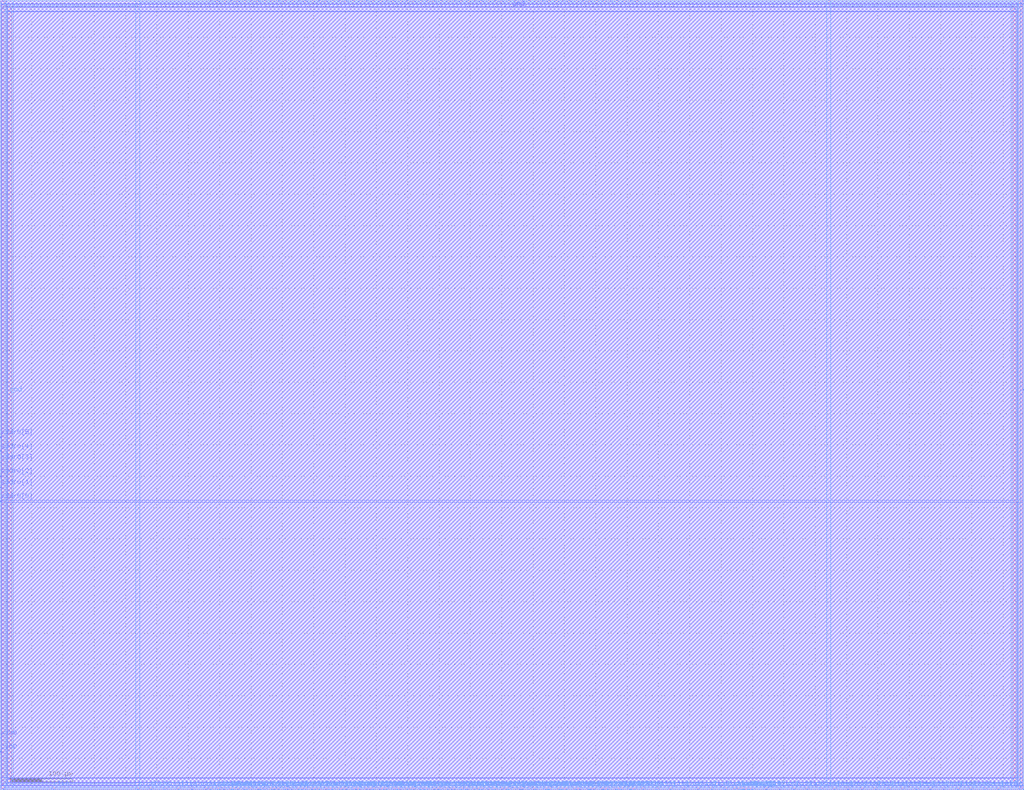
<source format=lef>
VERSION 5.4 ;
NAMESCASESENSITIVE ON ;
BUSBITCHARS "[]" ;
DIVIDERCHAR "/" ;
UNITS
  DATABASE MICRONS 2000 ;
END UNITS
MACRO sram_tlb
   CLASS BLOCK ;
   SIZE 1632.8 BY 1260.2 ;
   SYMMETRY X Y R90 ;
   PIN din0[0]
      DIRECTION INPUT ;
      PORT
         LAYER met4 ;
         RECT  218.6 0.0 219.8 1.2 ;
      END
   END din0[0]
   PIN din0[1]
      DIRECTION INPUT ;
      PORT
         LAYER met4 ;
         RECT  240.4 0.0 241.6 1.2 ;
      END
   END din0[1]
   PIN din0[2]
      DIRECTION INPUT ;
      PORT
         LAYER met4 ;
         RECT  262.2 0.0 263.4 1.2 ;
      END
   END din0[2]
   PIN din0[3]
      DIRECTION INPUT ;
      PORT
         LAYER met4 ;
         RECT  284.0 0.0 285.2 1.2 ;
      END
   END din0[3]
   PIN din0[4]
      DIRECTION INPUT ;
      PORT
         LAYER met4 ;
         RECT  305.8 0.0 307.0 1.2 ;
      END
   END din0[4]
   PIN din0[5]
      DIRECTION INPUT ;
      PORT
         LAYER met4 ;
         RECT  327.6 0.0 328.8 1.2 ;
      END
   END din0[5]
   PIN din0[6]
      DIRECTION INPUT ;
      PORT
         LAYER met4 ;
         RECT  349.4 0.0 350.6 1.2 ;
      END
   END din0[6]
   PIN din0[7]
      DIRECTION INPUT ;
      PORT
         LAYER met4 ;
         RECT  371.2 0.0 372.4 1.2 ;
      END
   END din0[7]
   PIN din0[8]
      DIRECTION INPUT ;
      PORT
         LAYER met4 ;
         RECT  393.0 0.0 394.2 1.2 ;
      END
   END din0[8]
   PIN din0[9]
      DIRECTION INPUT ;
      PORT
         LAYER met4 ;
         RECT  414.8 0.0 416.0 1.2 ;
      END
   END din0[9]
   PIN din0[10]
      DIRECTION INPUT ;
      PORT
         LAYER met4 ;
         RECT  436.6 0.0 437.8 1.2 ;
      END
   END din0[10]
   PIN din0[11]
      DIRECTION INPUT ;
      PORT
         LAYER met4 ;
         RECT  458.4 0.0 459.6 1.2 ;
      END
   END din0[11]
   PIN din0[12]
      DIRECTION INPUT ;
      PORT
         LAYER met4 ;
         RECT  480.2 0.0 481.4 1.2 ;
      END
   END din0[12]
   PIN din0[13]
      DIRECTION INPUT ;
      PORT
         LAYER met4 ;
         RECT  502.0 0.0 503.2 1.2 ;
      END
   END din0[13]
   PIN din0[14]
      DIRECTION INPUT ;
      PORT
         LAYER met4 ;
         RECT  523.8 0.0 525.0 1.2 ;
      END
   END din0[14]
   PIN din0[15]
      DIRECTION INPUT ;
      PORT
         LAYER met4 ;
         RECT  545.6 0.0 546.8 1.2 ;
      END
   END din0[15]
   PIN din0[16]
      DIRECTION INPUT ;
      PORT
         LAYER met4 ;
         RECT  567.4 0.0 568.6 1.2 ;
      END
   END din0[16]
   PIN din0[17]
      DIRECTION INPUT ;
      PORT
         LAYER met4 ;
         RECT  589.2 0.0 590.4 1.2 ;
      END
   END din0[17]
   PIN din0[18]
      DIRECTION INPUT ;
      PORT
         LAYER met4 ;
         RECT  611.0 0.0 612.2 1.2 ;
      END
   END din0[18]
   PIN din0[19]
      DIRECTION INPUT ;
      PORT
         LAYER met4 ;
         RECT  632.8 0.0 634.0 1.2 ;
      END
   END din0[19]
   PIN din0[20]
      DIRECTION INPUT ;
      PORT
         LAYER met4 ;
         RECT  654.6 0.0 655.8 1.2 ;
      END
   END din0[20]
   PIN din0[21]
      DIRECTION INPUT ;
      PORT
         LAYER met4 ;
         RECT  676.4 0.0 677.6 1.2 ;
      END
   END din0[21]
   PIN din0[22]
      DIRECTION INPUT ;
      PORT
         LAYER met4 ;
         RECT  698.2 0.0 699.4 1.2 ;
      END
   END din0[22]
   PIN din0[23]
      DIRECTION INPUT ;
      PORT
         LAYER met4 ;
         RECT  720.0 0.0 721.2 1.2 ;
      END
   END din0[23]
   PIN din0[24]
      DIRECTION INPUT ;
      PORT
         LAYER met4 ;
         RECT  741.8 0.0 743.0 1.2 ;
      END
   END din0[24]
   PIN din0[25]
      DIRECTION INPUT ;
      PORT
         LAYER met4 ;
         RECT  763.6 0.0 764.8 1.2 ;
      END
   END din0[25]
   PIN din0[26]
      DIRECTION INPUT ;
      PORT
         LAYER met4 ;
         RECT  785.4 0.0 786.6 1.2 ;
      END
   END din0[26]
   PIN din0[27]
      DIRECTION INPUT ;
      PORT
         LAYER met4 ;
         RECT  807.2 0.0 808.4 1.2 ;
      END
   END din0[27]
   PIN din0[28]
      DIRECTION INPUT ;
      PORT
         LAYER met4 ;
         RECT  829.0 0.0 830.2 1.2 ;
      END
   END din0[28]
   PIN din0[29]
      DIRECTION INPUT ;
      PORT
         LAYER met4 ;
         RECT  850.8 0.0 852.0 1.2 ;
      END
   END din0[29]
   PIN din0[30]
      DIRECTION INPUT ;
      PORT
         LAYER met4 ;
         RECT  872.6 0.0 873.8 1.2 ;
      END
   END din0[30]
   PIN din0[31]
      DIRECTION INPUT ;
      PORT
         LAYER met4 ;
         RECT  894.4 0.0 895.6 1.2 ;
      END
   END din0[31]
   PIN din0[32]
      DIRECTION INPUT ;
      PORT
         LAYER met4 ;
         RECT  916.2 0.0 917.4 1.2 ;
      END
   END din0[32]
   PIN din0[33]
      DIRECTION INPUT ;
      PORT
         LAYER met4 ;
         RECT  938.0 0.0 939.2 1.2 ;
      END
   END din0[33]
   PIN din0[34]
      DIRECTION INPUT ;
      PORT
         LAYER met4 ;
         RECT  959.8 0.0 961.0 1.2 ;
      END
   END din0[34]
   PIN din0[35]
      DIRECTION INPUT ;
      PORT
         LAYER met4 ;
         RECT  981.6 0.0 982.8 1.2 ;
      END
   END din0[35]
   PIN din0[36]
      DIRECTION INPUT ;
      PORT
         LAYER met4 ;
         RECT  1003.4 0.0 1004.6 1.2 ;
      END
   END din0[36]
   PIN din0[37]
      DIRECTION INPUT ;
      PORT
         LAYER met4 ;
         RECT  1025.2 0.0 1026.4 1.2 ;
      END
   END din0[37]
   PIN din0[38]
      DIRECTION INPUT ;
      PORT
         LAYER met4 ;
         RECT  1047.0 0.0 1048.2 1.2 ;
      END
   END din0[38]
   PIN din0[39]
      DIRECTION INPUT ;
      PORT
         LAYER met4 ;
         RECT  1068.8 0.0 1070.0 1.2 ;
      END
   END din0[39]
   PIN din0[40]
      DIRECTION INPUT ;
      PORT
         LAYER met4 ;
         RECT  1090.6 0.0 1091.8 1.2 ;
      END
   END din0[40]
   PIN din0[41]
      DIRECTION INPUT ;
      PORT
         LAYER met4 ;
         RECT  1112.4 0.0 1113.6 1.2 ;
      END
   END din0[41]
   PIN din0[42]
      DIRECTION INPUT ;
      PORT
         LAYER met4 ;
         RECT  1134.2 0.0 1135.4 1.2 ;
      END
   END din0[42]
   PIN din0[43]
      DIRECTION INPUT ;
      PORT
         LAYER met4 ;
         RECT  1156.0 0.0 1157.2 1.2 ;
      END
   END din0[43]
   PIN din0[44]
      DIRECTION INPUT ;
      PORT
         LAYER met4 ;
         RECT  1177.8 0.0 1179.0 1.2 ;
      END
   END din0[44]
   PIN din0[45]
      DIRECTION INPUT ;
      PORT
         LAYER met4 ;
         RECT  1199.6 0.0 1200.8 1.2 ;
      END
   END din0[45]
   PIN din0[46]
      DIRECTION INPUT ;
      PORT
         LAYER met4 ;
         RECT  1221.4 0.0 1222.6 1.2 ;
      END
   END din0[46]
   PIN din0[47]
      DIRECTION INPUT ;
      PORT
         LAYER met4 ;
         RECT  1243.2 0.0 1244.4 1.2 ;
      END
   END din0[47]
   PIN din0[48]
      DIRECTION INPUT ;
      PORT
         LAYER met4 ;
         RECT  1265.0 0.0 1266.2 1.2 ;
      END
   END din0[48]
   PIN din0[49]
      DIRECTION INPUT ;
      PORT
         LAYER met4 ;
         RECT  1286.8 0.0 1288.0 1.2 ;
      END
   END din0[49]
   PIN din0[50]
      DIRECTION INPUT ;
      PORT
         LAYER met4 ;
         RECT  1308.6 0.0 1309.8 1.2 ;
      END
   END din0[50]
   PIN din0[51]
      DIRECTION INPUT ;
      PORT
         LAYER met4 ;
         RECT  1330.4 0.0 1331.6 1.2 ;
      END
   END din0[51]
   PIN din0[52]
      DIRECTION INPUT ;
      PORT
         LAYER met4 ;
         RECT  1352.2 0.0 1353.4 1.2 ;
      END
   END din0[52]
   PIN din0[53]
      DIRECTION INPUT ;
      PORT
         LAYER met4 ;
         RECT  1374.0 0.0 1375.2 1.2 ;
      END
   END din0[53]
   PIN din0[54]
      DIRECTION INPUT ;
      PORT
         LAYER met4 ;
         RECT  1395.8 0.0 1397.0 1.2 ;
      END
   END din0[54]
   PIN din0[55]
      DIRECTION INPUT ;
      PORT
         LAYER met4 ;
         RECT  1417.6 0.0 1418.8 1.2 ;
      END
   END din0[55]
   PIN din0[56]
      DIRECTION INPUT ;
      PORT
         LAYER met4 ;
         RECT  1439.4 0.0 1440.6 1.2 ;
      END
   END din0[56]
   PIN din0[57]
      DIRECTION INPUT ;
      PORT
         LAYER met4 ;
         RECT  1461.2 0.0 1462.4 1.2 ;
      END
   END din0[57]
   PIN din0[58]
      DIRECTION INPUT ;
      PORT
         LAYER met4 ;
         RECT  1483.0 0.0 1484.2 1.2 ;
      END
   END din0[58]
   PIN din0[59]
      DIRECTION INPUT ;
      PORT
         LAYER met4 ;
         RECT  1504.8 0.0 1506.0 1.2 ;
      END
   END din0[59]
   PIN din0[60]
      DIRECTION INPUT ;
      PORT
         LAYER met4 ;
         RECT  1526.6 0.0 1527.8 1.2 ;
      END
   END din0[60]
   PIN din0[61]
      DIRECTION INPUT ;
      PORT
         LAYER met4 ;
         RECT  1548.4 0.0 1549.6 1.2 ;
      END
   END din0[61]
   PIN din0[62]
      DIRECTION INPUT ;
      PORT
         LAYER met4 ;
         RECT  1570.2 0.0 1571.4 1.2 ;
      END
   END din0[62]
   PIN din0[63]
      DIRECTION INPUT ;
      PORT
         LAYER met4 ;
         RECT  1592.0 0.0 1593.2 1.2 ;
      END
   END din0[63]
   PIN addr0[0]
      DIRECTION INPUT ;
      PORT
         LAYER met3 ;
         RECT  0.0 459.6 1.2 460.8 ;
      END
   END addr0[0]
   PIN addr0[1]
      DIRECTION INPUT ;
      PORT
         LAYER met3 ;
         RECT  0.0 481.6 1.2 482.8 ;
      END
   END addr0[1]
   PIN addr0[2]
      DIRECTION INPUT ;
      PORT
         LAYER met3 ;
         RECT  0.0 499.6 1.2 500.8 ;
      END
   END addr0[2]
   PIN addr0[3]
      DIRECTION INPUT ;
      PORT
         LAYER met3 ;
         RECT  0.0 521.6 1.2 522.8 ;
      END
   END addr0[3]
   PIN addr0[4]
      DIRECTION INPUT ;
      PORT
         LAYER met3 ;
         RECT  0.0 539.6 1.2 540.8 ;
      END
   END addr0[4]
   PIN addr0[5]
      DIRECTION INPUT ;
      PORT
         LAYER met3 ;
         RECT  0.0 561.6 1.2 562.8 ;
      END
   END addr0[5]
   PIN addr1[0]
      DIRECTION INPUT ;
      PORT
         LAYER met4 ;
         RECT  1171.5 0.0 1172.7 1.2 ;
      END
   END addr1[0]
   PIN addr1[1]
      DIRECTION INPUT ;
      PORT
         LAYER met4 ;
         RECT  1194.2 0.0 1195.4 1.2 ;
      END
   END addr1[1]
   PIN addr1[2]
      DIRECTION INPUT ;
      PORT
         LAYER met4 ;
         RECT  1181.2 0.0 1182.4 1.2 ;
      END
   END addr1[2]
   PIN addr1[3]
      DIRECTION INPUT ;
      PORT
         LAYER met4 ;
         RECT  1191.6 0.0 1192.8 1.2 ;
      END
   END addr1[3]
   PIN addr1[4]
      DIRECTION INPUT ;
      PORT
         LAYER met4 ;
         RECT  1183.8 0.0 1185.0 1.2 ;
      END
   END addr1[4]
   PIN addr1[5]
      DIRECTION INPUT ;
      PORT
         LAYER met4 ;
         RECT  1186.4 0.0 1187.6 1.2 ;
      END
   END addr1[5]
   PIN csb0
      DIRECTION INPUT ;
      PORT
         LAYER met3 ;
         RECT  0.0 60.0 1.2 61.2 ;
      END
   END csb0
   PIN csb1
      DIRECTION INPUT ;
      PORT
         LAYER met4 ;
         RECT  1321.0 1259.0 1322.2 1260.2 ;
      END
   END csb1
   PIN web0
      DIRECTION INPUT ;
      PORT
         LAYER met3 ;
         RECT  0.0 82.0 1.2 83.2 ;
      END
   END web0
   PIN clk0
      DIRECTION INPUT ;
      PORT
         LAYER met4 ;
         RECT  84.2 0.0 85.4 1.2 ;
      END
   END clk0
   PIN clk1
      DIRECTION INPUT ;
      PORT
         LAYER met4 ;
         RECT  1274.6 1259.0 1275.8 1260.2 ;
      END
   END clk1
   PIN dout0[0]
      DIRECTION OUTPUT ;
      PORT
         LAYER met4 ;
         RECT  335.3 0.0 336.5 1.2 ;
      END
   END dout0[0]
   PIN dout0[1]
      DIRECTION OUTPUT ;
      PORT
         LAYER met4 ;
         RECT  346.1 0.0 347.3 1.2 ;
      END
   END dout0[1]
   PIN dout0[2]
      DIRECTION OUTPUT ;
      PORT
         LAYER met4 ;
         RECT  356.9 0.0 358.1 1.2 ;
      END
   END dout0[2]
   PIN dout0[3]
      DIRECTION OUTPUT ;
      PORT
         LAYER met4 ;
         RECT  367.7 0.0 368.9 1.2 ;
      END
   END dout0[3]
   PIN dout0[4]
      DIRECTION OUTPUT ;
      PORT
         LAYER met4 ;
         RECT  378.5 0.0 379.7 1.2 ;
      END
   END dout0[4]
   PIN dout0[5]
      DIRECTION OUTPUT ;
      PORT
         LAYER met4 ;
         RECT  389.3 0.0 390.5 1.2 ;
      END
   END dout0[5]
   PIN dout0[6]
      DIRECTION OUTPUT ;
      PORT
         LAYER met4 ;
         RECT  400.1 0.0 401.3 1.2 ;
      END
   END dout0[6]
   PIN dout0[7]
      DIRECTION OUTPUT ;
      PORT
         LAYER met4 ;
         RECT  410.9 0.0 412.1 1.2 ;
      END
   END dout0[7]
   PIN dout0[8]
      DIRECTION OUTPUT ;
      PORT
         LAYER met4 ;
         RECT  421.7 0.0 422.9 1.2 ;
      END
   END dout0[8]
   PIN dout0[9]
      DIRECTION OUTPUT ;
      PORT
         LAYER met4 ;
         RECT  432.5 0.0 433.7 1.2 ;
      END
   END dout0[9]
   PIN dout0[10]
      DIRECTION OUTPUT ;
      PORT
         LAYER met4 ;
         RECT  443.3 0.0 444.5 1.2 ;
      END
   END dout0[10]
   PIN dout0[11]
      DIRECTION OUTPUT ;
      PORT
         LAYER met4 ;
         RECT  454.1 0.0 455.3 1.2 ;
      END
   END dout0[11]
   PIN dout0[12]
      DIRECTION OUTPUT ;
      PORT
         LAYER met4 ;
         RECT  464.9 0.0 466.1 1.2 ;
      END
   END dout0[12]
   PIN dout0[13]
      DIRECTION OUTPUT ;
      PORT
         LAYER met4 ;
         RECT  475.7 0.0 476.9 1.2 ;
      END
   END dout0[13]
   PIN dout0[14]
      DIRECTION OUTPUT ;
      PORT
         LAYER met4 ;
         RECT  486.5 0.0 487.7 1.2 ;
      END
   END dout0[14]
   PIN dout0[15]
      DIRECTION OUTPUT ;
      PORT
         LAYER met4 ;
         RECT  497.3 0.0 498.5 1.2 ;
      END
   END dout0[15]
   PIN dout0[16]
      DIRECTION OUTPUT ;
      PORT
         LAYER met4 ;
         RECT  508.1 0.0 509.3 1.2 ;
      END
   END dout0[16]
   PIN dout0[17]
      DIRECTION OUTPUT ;
      PORT
         LAYER met4 ;
         RECT  518.9 0.0 520.1 1.2 ;
      END
   END dout0[17]
   PIN dout0[18]
      DIRECTION OUTPUT ;
      PORT
         LAYER met4 ;
         RECT  529.7 0.0 530.9 1.2 ;
      END
   END dout0[18]
   PIN dout0[19]
      DIRECTION OUTPUT ;
      PORT
         LAYER met4 ;
         RECT  540.5 0.0 541.7 1.2 ;
      END
   END dout0[19]
   PIN dout0[20]
      DIRECTION OUTPUT ;
      PORT
         LAYER met4 ;
         RECT  551.3 0.0 552.5 1.2 ;
      END
   END dout0[20]
   PIN dout0[21]
      DIRECTION OUTPUT ;
      PORT
         LAYER met4 ;
         RECT  562.1 0.0 563.3 1.2 ;
      END
   END dout0[21]
   PIN dout0[22]
      DIRECTION OUTPUT ;
      PORT
         LAYER met4 ;
         RECT  572.9 0.0 574.1 1.2 ;
      END
   END dout0[22]
   PIN dout0[23]
      DIRECTION OUTPUT ;
      PORT
         LAYER met4 ;
         RECT  583.7 0.0 584.9 1.2 ;
      END
   END dout0[23]
   PIN dout0[24]
      DIRECTION OUTPUT ;
      PORT
         LAYER met4 ;
         RECT  594.5 0.0 595.7 1.2 ;
      END
   END dout0[24]
   PIN dout0[25]
      DIRECTION OUTPUT ;
      PORT
         LAYER met4 ;
         RECT  605.3 0.0 606.5 1.2 ;
      END
   END dout0[25]
   PIN dout0[26]
      DIRECTION OUTPUT ;
      PORT
         LAYER met4 ;
         RECT  616.1 0.0 617.3 1.2 ;
      END
   END dout0[26]
   PIN dout0[27]
      DIRECTION OUTPUT ;
      PORT
         LAYER met4 ;
         RECT  626.9 0.0 628.1 1.2 ;
      END
   END dout0[27]
   PIN dout0[28]
      DIRECTION OUTPUT ;
      PORT
         LAYER met4 ;
         RECT  637.7 0.0 638.9 1.2 ;
      END
   END dout0[28]
   PIN dout0[29]
      DIRECTION OUTPUT ;
      PORT
         LAYER met4 ;
         RECT  648.5 0.0 649.7 1.2 ;
      END
   END dout0[29]
   PIN dout0[30]
      DIRECTION OUTPUT ;
      PORT
         LAYER met4 ;
         RECT  659.3 0.0 660.5 1.2 ;
      END
   END dout0[30]
   PIN dout0[31]
      DIRECTION OUTPUT ;
      PORT
         LAYER met4 ;
         RECT  670.1 0.0 671.3 1.2 ;
      END
   END dout0[31]
   PIN dout0[32]
      DIRECTION OUTPUT ;
      PORT
         LAYER met4 ;
         RECT  680.9 0.0 682.1 1.2 ;
      END
   END dout0[32]
   PIN dout0[33]
      DIRECTION OUTPUT ;
      PORT
         LAYER met4 ;
         RECT  691.7 0.0 692.9 1.2 ;
      END
   END dout0[33]
   PIN dout0[34]
      DIRECTION OUTPUT ;
      PORT
         LAYER met4 ;
         RECT  702.5 0.0 703.7 1.2 ;
      END
   END dout0[34]
   PIN dout0[35]
      DIRECTION OUTPUT ;
      PORT
         LAYER met4 ;
         RECT  713.3 0.0 714.5 1.2 ;
      END
   END dout0[35]
   PIN dout0[36]
      DIRECTION OUTPUT ;
      PORT
         LAYER met4 ;
         RECT  724.1 0.0 725.3 1.2 ;
      END
   END dout0[36]
   PIN dout0[37]
      DIRECTION OUTPUT ;
      PORT
         LAYER met4 ;
         RECT  734.9 0.0 736.1 1.2 ;
      END
   END dout0[37]
   PIN dout0[38]
      DIRECTION OUTPUT ;
      PORT
         LAYER met4 ;
         RECT  745.7 0.0 746.9 1.2 ;
      END
   END dout0[38]
   PIN dout0[39]
      DIRECTION OUTPUT ;
      PORT
         LAYER met4 ;
         RECT  756.5 0.0 757.7 1.2 ;
      END
   END dout0[39]
   PIN dout0[40]
      DIRECTION OUTPUT ;
      PORT
         LAYER met4 ;
         RECT  767.3 0.0 768.5 1.2 ;
      END
   END dout0[40]
   PIN dout0[41]
      DIRECTION OUTPUT ;
      PORT
         LAYER met4 ;
         RECT  778.1 0.0 779.3 1.2 ;
      END
   END dout0[41]
   PIN dout0[42]
      DIRECTION OUTPUT ;
      PORT
         LAYER met4 ;
         RECT  788.9 0.0 790.1 1.2 ;
      END
   END dout0[42]
   PIN dout0[43]
      DIRECTION OUTPUT ;
      PORT
         LAYER met4 ;
         RECT  799.7 0.0 800.9 1.2 ;
      END
   END dout0[43]
   PIN dout0[44]
      DIRECTION OUTPUT ;
      PORT
         LAYER met4 ;
         RECT  810.5 0.0 811.7 1.2 ;
      END
   END dout0[44]
   PIN dout0[45]
      DIRECTION OUTPUT ;
      PORT
         LAYER met4 ;
         RECT  821.3 0.0 822.5 1.2 ;
      END
   END dout0[45]
   PIN dout0[46]
      DIRECTION OUTPUT ;
      PORT
         LAYER met4 ;
         RECT  832.1 0.0 833.3 1.2 ;
      END
   END dout0[46]
   PIN dout0[47]
      DIRECTION OUTPUT ;
      PORT
         LAYER met4 ;
         RECT  842.9 0.0 844.1 1.2 ;
      END
   END dout0[47]
   PIN dout0[48]
      DIRECTION OUTPUT ;
      PORT
         LAYER met4 ;
         RECT  853.7 0.0 854.9 1.2 ;
      END
   END dout0[48]
   PIN dout0[49]
      DIRECTION OUTPUT ;
      PORT
         LAYER met4 ;
         RECT  869.7 0.0 870.9 1.2 ;
      END
   END dout0[49]
   PIN dout0[50]
      DIRECTION OUTPUT ;
      PORT
         LAYER met4 ;
         RECT  875.3 0.0 876.5 1.2 ;
      END
   END dout0[50]
   PIN dout0[51]
      DIRECTION OUTPUT ;
      PORT
         LAYER met4 ;
         RECT  891.3 0.0 892.5 1.2 ;
      END
   END dout0[51]
   PIN dout0[52]
      DIRECTION OUTPUT ;
      PORT
         LAYER met4 ;
         RECT  897.1 0.0 898.3 1.2 ;
      END
   END dout0[52]
   PIN dout0[53]
      DIRECTION OUTPUT ;
      PORT
         LAYER met4 ;
         RECT  903.0 0.0 904.2 1.2 ;
      END
   END dout0[53]
   PIN dout0[54]
      DIRECTION OUTPUT ;
      PORT
         LAYER met4 ;
         RECT  918.8 0.0 920.0 1.2 ;
      END
   END dout0[54]
   PIN dout0[55]
      DIRECTION OUTPUT ;
      PORT
         LAYER met4 ;
         RECT  924.8 0.0 926.0 1.2 ;
      END
   END dout0[55]
   PIN dout0[56]
      DIRECTION OUTPUT ;
      PORT
         LAYER met4 ;
         RECT  940.6 0.0 941.8 1.2 ;
      END
   END dout0[56]
   PIN dout0[57]
      DIRECTION OUTPUT ;
      PORT
         LAYER met4 ;
         RECT  946.6 0.0 947.8 1.2 ;
      END
   END dout0[57]
   PIN dout0[58]
      DIRECTION OUTPUT ;
      PORT
         LAYER met4 ;
         RECT  962.4 0.0 963.6 1.2 ;
      END
   END dout0[58]
   PIN dout0[59]
      DIRECTION OUTPUT ;
      PORT
         LAYER met4 ;
         RECT  968.4 0.0 969.6 1.2 ;
      END
   END dout0[59]
   PIN dout0[60]
      DIRECTION OUTPUT ;
      PORT
         LAYER met4 ;
         RECT  984.2 0.0 985.4 1.2 ;
      END
   END dout0[60]
   PIN dout0[61]
      DIRECTION OUTPUT ;
      PORT
         LAYER met4 ;
         RECT  990.2 0.0 991.4 1.2 ;
      END
   END dout0[61]
   PIN dout0[62]
      DIRECTION OUTPUT ;
      PORT
         LAYER met4 ;
         RECT  1006.0 0.0 1007.2 1.2 ;
      END
   END dout0[62]
   PIN dout0[63]
      DIRECTION OUTPUT ;
      PORT
         LAYER met4 ;
         RECT  1012.0 0.0 1013.2 1.2 ;
      END
   END dout0[63]
   PIN dout1[0]
      DIRECTION OUTPUT ;
      PORT
         LAYER met4 ;
         RECT  335.5 1259.0 336.7 1260.2 ;
      END
   END dout1[0]
   PIN dout1[1]
      DIRECTION OUTPUT ;
      PORT
         LAYER met4 ;
         RECT  346.3 1259.0 347.5 1260.2 ;
      END
   END dout1[1]
   PIN dout1[2]
      DIRECTION OUTPUT ;
      PORT
         LAYER met4 ;
         RECT  357.1 1259.0 358.3 1260.2 ;
      END
   END dout1[2]
   PIN dout1[3]
      DIRECTION OUTPUT ;
      PORT
         LAYER met4 ;
         RECT  367.9 1259.0 369.1 1260.2 ;
      END
   END dout1[3]
   PIN dout1[4]
      DIRECTION OUTPUT ;
      PORT
         LAYER met4 ;
         RECT  378.7 1259.0 379.9 1260.2 ;
      END
   END dout1[4]
   PIN dout1[5]
      DIRECTION OUTPUT ;
      PORT
         LAYER met4 ;
         RECT  389.5 1259.0 390.7 1260.2 ;
      END
   END dout1[5]
   PIN dout1[6]
      DIRECTION OUTPUT ;
      PORT
         LAYER met4 ;
         RECT  400.3 1259.0 401.5 1260.2 ;
      END
   END dout1[6]
   PIN dout1[7]
      DIRECTION OUTPUT ;
      PORT
         LAYER met4 ;
         RECT  411.1 1259.0 412.3 1260.2 ;
      END
   END dout1[7]
   PIN dout1[8]
      DIRECTION OUTPUT ;
      PORT
         LAYER met4 ;
         RECT  421.9 1259.0 423.1 1260.2 ;
      END
   END dout1[8]
   PIN dout1[9]
      DIRECTION OUTPUT ;
      PORT
         LAYER met4 ;
         RECT  432.7 1259.0 433.9 1260.2 ;
      END
   END dout1[9]
   PIN dout1[10]
      DIRECTION OUTPUT ;
      PORT
         LAYER met4 ;
         RECT  443.5 1259.0 444.7 1260.2 ;
      END
   END dout1[10]
   PIN dout1[11]
      DIRECTION OUTPUT ;
      PORT
         LAYER met4 ;
         RECT  454.3 1259.0 455.5 1260.2 ;
      END
   END dout1[11]
   PIN dout1[12]
      DIRECTION OUTPUT ;
      PORT
         LAYER met4 ;
         RECT  465.1 1259.0 466.3 1260.2 ;
      END
   END dout1[12]
   PIN dout1[13]
      DIRECTION OUTPUT ;
      PORT
         LAYER met4 ;
         RECT  475.9 1259.0 477.1 1260.2 ;
      END
   END dout1[13]
   PIN dout1[14]
      DIRECTION OUTPUT ;
      PORT
         LAYER met4 ;
         RECT  486.7 1259.0 487.9 1260.2 ;
      END
   END dout1[14]
   PIN dout1[15]
      DIRECTION OUTPUT ;
      PORT
         LAYER met4 ;
         RECT  497.5 1259.0 498.7 1260.2 ;
      END
   END dout1[15]
   PIN dout1[16]
      DIRECTION OUTPUT ;
      PORT
         LAYER met4 ;
         RECT  508.3 1259.0 509.5 1260.2 ;
      END
   END dout1[16]
   PIN dout1[17]
      DIRECTION OUTPUT ;
      PORT
         LAYER met4 ;
         RECT  519.1 1259.0 520.3 1260.2 ;
      END
   END dout1[17]
   PIN dout1[18]
      DIRECTION OUTPUT ;
      PORT
         LAYER met4 ;
         RECT  529.9 1259.0 531.1 1260.2 ;
      END
   END dout1[18]
   PIN dout1[19]
      DIRECTION OUTPUT ;
      PORT
         LAYER met4 ;
         RECT  540.7 1259.0 541.9 1260.2 ;
      END
   END dout1[19]
   PIN dout1[20]
      DIRECTION OUTPUT ;
      PORT
         LAYER met4 ;
         RECT  551.5 1259.0 552.7 1260.2 ;
      END
   END dout1[20]
   PIN dout1[21]
      DIRECTION OUTPUT ;
      PORT
         LAYER met4 ;
         RECT  562.3 1259.0 563.5 1260.2 ;
      END
   END dout1[21]
   PIN dout1[22]
      DIRECTION OUTPUT ;
      PORT
         LAYER met4 ;
         RECT  573.1 1259.0 574.3 1260.2 ;
      END
   END dout1[22]
   PIN dout1[23]
      DIRECTION OUTPUT ;
      PORT
         LAYER met4 ;
         RECT  583.9 1259.0 585.1 1260.2 ;
      END
   END dout1[23]
   PIN dout1[24]
      DIRECTION OUTPUT ;
      PORT
         LAYER met4 ;
         RECT  594.7 1259.0 595.9 1260.2 ;
      END
   END dout1[24]
   PIN dout1[25]
      DIRECTION OUTPUT ;
      PORT
         LAYER met4 ;
         RECT  605.5 1259.0 606.7 1260.2 ;
      END
   END dout1[25]
   PIN dout1[26]
      DIRECTION OUTPUT ;
      PORT
         LAYER met4 ;
         RECT  616.3 1259.0 617.5 1260.2 ;
      END
   END dout1[26]
   PIN dout1[27]
      DIRECTION OUTPUT ;
      PORT
         LAYER met4 ;
         RECT  627.1 1259.0 628.3 1260.2 ;
      END
   END dout1[27]
   PIN dout1[28]
      DIRECTION OUTPUT ;
      PORT
         LAYER met4 ;
         RECT  637.9 1259.0 639.1 1260.2 ;
      END
   END dout1[28]
   PIN dout1[29]
      DIRECTION OUTPUT ;
      PORT
         LAYER met4 ;
         RECT  648.7 1259.0 649.9 1260.2 ;
      END
   END dout1[29]
   PIN dout1[30]
      DIRECTION OUTPUT ;
      PORT
         LAYER met4 ;
         RECT  659.5 1259.0 660.7 1260.2 ;
      END
   END dout1[30]
   PIN dout1[31]
      DIRECTION OUTPUT ;
      PORT
         LAYER met4 ;
         RECT  670.3 1259.0 671.5 1260.2 ;
      END
   END dout1[31]
   PIN dout1[32]
      DIRECTION OUTPUT ;
      PORT
         LAYER met4 ;
         RECT  681.1 1259.0 682.3 1260.2 ;
      END
   END dout1[32]
   PIN dout1[33]
      DIRECTION OUTPUT ;
      PORT
         LAYER met4 ;
         RECT  691.9 1259.0 693.1 1260.2 ;
      END
   END dout1[33]
   PIN dout1[34]
      DIRECTION OUTPUT ;
      PORT
         LAYER met4 ;
         RECT  702.7 1259.0 703.9 1260.2 ;
      END
   END dout1[34]
   PIN dout1[35]
      DIRECTION OUTPUT ;
      PORT
         LAYER met4 ;
         RECT  713.5 1259.0 714.7 1260.2 ;
      END
   END dout1[35]
   PIN dout1[36]
      DIRECTION OUTPUT ;
      PORT
         LAYER met4 ;
         RECT  724.3 1259.0 725.5 1260.2 ;
      END
   END dout1[36]
   PIN dout1[37]
      DIRECTION OUTPUT ;
      PORT
         LAYER met4 ;
         RECT  735.1 1259.0 736.3 1260.2 ;
      END
   END dout1[37]
   PIN dout1[38]
      DIRECTION OUTPUT ;
      PORT
         LAYER met4 ;
         RECT  745.9 1259.0 747.1 1260.2 ;
      END
   END dout1[38]
   PIN dout1[39]
      DIRECTION OUTPUT ;
      PORT
         LAYER met4 ;
         RECT  756.7 1259.0 757.9 1260.2 ;
      END
   END dout1[39]
   PIN dout1[40]
      DIRECTION OUTPUT ;
      PORT
         LAYER met4 ;
         RECT  767.5 1259.0 768.7 1260.2 ;
      END
   END dout1[40]
   PIN dout1[41]
      DIRECTION OUTPUT ;
      PORT
         LAYER met4 ;
         RECT  778.3 1259.0 779.5 1260.2 ;
      END
   END dout1[41]
   PIN dout1[42]
      DIRECTION OUTPUT ;
      PORT
         LAYER met4 ;
         RECT  789.1 1259.0 790.3 1260.2 ;
      END
   END dout1[42]
   PIN dout1[43]
      DIRECTION OUTPUT ;
      PORT
         LAYER met4 ;
         RECT  799.9 1259.0 801.1 1260.2 ;
      END
   END dout1[43]
   PIN dout1[44]
      DIRECTION OUTPUT ;
      PORT
         LAYER met4 ;
         RECT  810.7 1259.0 811.9 1260.2 ;
      END
   END dout1[44]
   PIN dout1[45]
      DIRECTION OUTPUT ;
      PORT
         LAYER met4 ;
         RECT  821.5 1259.0 822.7 1260.2 ;
      END
   END dout1[45]
   PIN dout1[46]
      DIRECTION OUTPUT ;
      PORT
         LAYER met4 ;
         RECT  832.3 1259.0 833.5 1260.2 ;
      END
   END dout1[46]
   PIN dout1[47]
      DIRECTION OUTPUT ;
      PORT
         LAYER met4 ;
         RECT  843.1 1259.0 844.3 1260.2 ;
      END
   END dout1[47]
   PIN dout1[48]
      DIRECTION OUTPUT ;
      PORT
         LAYER met4 ;
         RECT  853.9 1259.0 855.1 1260.2 ;
      END
   END dout1[48]
   PIN dout1[49]
      DIRECTION OUTPUT ;
      PORT
         LAYER met4 ;
         RECT  864.7 1259.0 865.9 1260.2 ;
      END
   END dout1[49]
   PIN dout1[50]
      DIRECTION OUTPUT ;
      PORT
         LAYER met4 ;
         RECT  875.5 1259.0 876.7 1260.2 ;
      END
   END dout1[50]
   PIN dout1[51]
      DIRECTION OUTPUT ;
      PORT
         LAYER met4 ;
         RECT  886.3 1259.0 887.5 1260.2 ;
      END
   END dout1[51]
   PIN dout1[52]
      DIRECTION OUTPUT ;
      PORT
         LAYER met4 ;
         RECT  897.1 1259.0 898.3 1260.2 ;
      END
   END dout1[52]
   PIN dout1[53]
      DIRECTION OUTPUT ;
      PORT
         LAYER met4 ;
         RECT  907.9 1259.0 909.1 1260.2 ;
      END
   END dout1[53]
   PIN dout1[54]
      DIRECTION OUTPUT ;
      PORT
         LAYER met4 ;
         RECT  918.7 1259.0 919.9 1260.2 ;
      END
   END dout1[54]
   PIN dout1[55]
      DIRECTION OUTPUT ;
      PORT
         LAYER met4 ;
         RECT  929.5 1259.0 930.7 1260.2 ;
      END
   END dout1[55]
   PIN dout1[56]
      DIRECTION OUTPUT ;
      PORT
         LAYER met4 ;
         RECT  940.3 1259.0 941.5 1260.2 ;
      END
   END dout1[56]
   PIN dout1[57]
      DIRECTION OUTPUT ;
      PORT
         LAYER met4 ;
         RECT  951.1 1259.0 952.3 1260.2 ;
      END
   END dout1[57]
   PIN dout1[58]
      DIRECTION OUTPUT ;
      PORT
         LAYER met4 ;
         RECT  961.9 1259.0 963.1 1260.2 ;
      END
   END dout1[58]
   PIN dout1[59]
      DIRECTION OUTPUT ;
      PORT
         LAYER met4 ;
         RECT  972.7 1259.0 973.9 1260.2 ;
      END
   END dout1[59]
   PIN dout1[60]
      DIRECTION OUTPUT ;
      PORT
         LAYER met4 ;
         RECT  983.5 1259.0 984.7 1260.2 ;
      END
   END dout1[60]
   PIN dout1[61]
      DIRECTION OUTPUT ;
      PORT
         LAYER met4 ;
         RECT  994.3 1259.0 995.5 1260.2 ;
      END
   END dout1[61]
   PIN dout1[62]
      DIRECTION OUTPUT ;
      PORT
         LAYER met4 ;
         RECT  1005.1 1259.0 1006.3 1260.2 ;
      END
   END dout1[62]
   PIN dout1[63]
      DIRECTION OUTPUT ;
      PORT
         LAYER met4 ;
         RECT  1015.9 1259.0 1017.1 1260.2 ;
      END
   END dout1[63]
   PIN vdd
      DIRECTION INOUT ;
      USE POWER ; 
      SHAPE ABUTMENT ; 
      PORT
         LAYER met4 ;
         RECT  0.0 0.0 6.0 1260.2 ;
         LAYER met3 ;
         RECT  0.0 1254.2 1632.8 1260.2 ;
         LAYER met3 ;
         RECT  0.0 0.0 1632.8 6.0 ;
         LAYER met4 ;
         RECT  1626.8 0.0 1632.8 1260.2 ;
      END
   END vdd
   PIN gnd
      DIRECTION INOUT ;
      USE GROUND ; 
      SHAPE ABUTMENT ; 
      PORT
         LAYER met4 ;
         RECT  1614.8 12.0 1620.8 1248.2 ;
         LAYER met3 ;
         RECT  12.0 12.0 1620.8 18.0 ;
         LAYER met3 ;
         RECT  12.0 1242.2 1620.8 1248.2 ;
         LAYER met4 ;
         RECT  12.0 12.0 18.0 1248.2 ;
      END
   END gnd
   OBS
   LAYER  met1 ;
      RECT  1.4 1.4 1631.4 1258.8 ;
   LAYER  met2 ;
      RECT  1.4 1.4 1631.4 1258.8 ;
   LAYER  met3 ;
      RECT  2.4 458.4 1631.4 462.0 ;
      RECT  1.4 462.0 2.4 480.4 ;
      RECT  1.4 484.0 2.4 498.4 ;
      RECT  1.4 502.0 2.4 520.4 ;
      RECT  1.4 524.0 2.4 538.4 ;
      RECT  1.4 542.0 2.4 560.4 ;
      RECT  1.4 62.4 2.4 80.8 ;
      RECT  1.4 84.4 2.4 458.4 ;
      RECT  1.4 564.0 2.4 1253.0 ;
      RECT  1.4 7.2 2.4 58.8 ;
      RECT  2.4 7.2 10.8 10.8 ;
      RECT  2.4 10.8 10.8 19.2 ;
      RECT  2.4 19.2 10.8 458.4 ;
      RECT  10.8 7.2 1622.0 10.8 ;
      RECT  10.8 19.2 1622.0 458.4 ;
      RECT  1622.0 7.2 1631.4 10.8 ;
      RECT  1622.0 10.8 1631.4 19.2 ;
      RECT  1622.0 19.2 1631.4 458.4 ;
      RECT  2.4 462.0 10.8 1241.0 ;
      RECT  2.4 1241.0 10.8 1249.4 ;
      RECT  2.4 1249.4 10.8 1253.0 ;
      RECT  10.8 462.0 1622.0 1241.0 ;
      RECT  10.8 1249.4 1622.0 1253.0 ;
      RECT  1622.0 462.0 1631.4 1241.0 ;
      RECT  1622.0 1241.0 1631.4 1249.4 ;
      RECT  1622.0 1249.4 1631.4 1253.0 ;
   LAYER  met4 ;
      RECT  216.2 3.6 222.2 1258.8 ;
      RECT  222.2 1.4 238.0 3.6 ;
      RECT  244.0 1.4 259.8 3.6 ;
      RECT  265.8 1.4 281.6 3.6 ;
      RECT  287.6 1.4 303.4 3.6 ;
      RECT  309.4 1.4 325.2 3.6 ;
      RECT  1028.8 1.4 1044.6 3.6 ;
      RECT  1050.6 1.4 1066.4 3.6 ;
      RECT  1072.4 1.4 1088.2 3.6 ;
      RECT  1094.2 1.4 1110.0 3.6 ;
      RECT  1116.0 1.4 1131.8 3.6 ;
      RECT  1137.8 1.4 1153.6 3.6 ;
      RECT  1203.2 1.4 1219.0 3.6 ;
      RECT  1225.0 1.4 1240.8 3.6 ;
      RECT  1246.8 1.4 1262.6 3.6 ;
      RECT  1268.6 1.4 1284.4 3.6 ;
      RECT  1290.4 1.4 1306.2 3.6 ;
      RECT  1312.2 1.4 1328.0 3.6 ;
      RECT  1334.0 1.4 1349.8 3.6 ;
      RECT  1355.8 1.4 1371.6 3.6 ;
      RECT  1377.6 1.4 1393.4 3.6 ;
      RECT  1399.4 1.4 1415.2 3.6 ;
      RECT  1421.2 1.4 1437.0 3.6 ;
      RECT  1443.0 1.4 1458.8 3.6 ;
      RECT  1464.8 1.4 1480.6 3.6 ;
      RECT  1486.6 1.4 1502.4 3.6 ;
      RECT  1508.4 1.4 1524.2 3.6 ;
      RECT  1530.2 1.4 1546.0 3.6 ;
      RECT  1552.0 1.4 1567.8 3.6 ;
      RECT  1573.8 1.4 1589.6 3.6 ;
      RECT  1159.6 1.4 1169.1 3.6 ;
      RECT  1175.1 1.4 1175.4 3.6 ;
      RECT  222.2 3.6 1318.6 1256.6 ;
      RECT  1318.6 3.6 1324.6 1256.6 ;
      RECT  87.8 1.4 216.2 3.6 ;
      RECT  1278.2 1256.6 1318.6 1258.8 ;
      RECT  331.2 1.4 332.9 3.6 ;
      RECT  338.9 1.4 343.7 3.6 ;
      RECT  353.0 1.4 354.5 3.6 ;
      RECT  360.5 1.4 365.3 3.6 ;
      RECT  374.8 1.4 376.1 3.6 ;
      RECT  382.1 1.4 386.9 3.6 ;
      RECT  396.6 1.4 397.7 3.6 ;
      RECT  403.7 1.4 408.5 3.6 ;
      RECT  418.4 1.4 419.3 3.6 ;
      RECT  425.3 1.4 430.1 3.6 ;
      RECT  440.2 1.4 440.9 3.6 ;
      RECT  446.9 1.4 451.7 3.6 ;
      RECT  462.0 1.4 462.5 3.6 ;
      RECT  468.5 1.4 473.3 3.6 ;
      RECT  483.8 1.4 484.1 3.6 ;
      RECT  490.1 1.4 494.9 3.6 ;
      RECT  505.6 1.4 505.7 3.6 ;
      RECT  511.7 1.4 516.5 3.6 ;
      RECT  533.3 1.4 538.1 3.6 ;
      RECT  554.9 1.4 559.7 3.6 ;
      RECT  576.5 1.4 581.3 3.6 ;
      RECT  598.1 1.4 602.9 3.6 ;
      RECT  619.7 1.4 624.5 3.6 ;
      RECT  641.3 1.4 646.1 3.6 ;
      RECT  652.1 1.4 652.2 3.6 ;
      RECT  662.9 1.4 667.7 3.6 ;
      RECT  673.7 1.4 674.0 3.6 ;
      RECT  684.5 1.4 689.3 3.6 ;
      RECT  695.3 1.4 695.8 3.6 ;
      RECT  706.1 1.4 710.9 3.6 ;
      RECT  716.9 1.4 717.6 3.6 ;
      RECT  727.7 1.4 732.5 3.6 ;
      RECT  738.5 1.4 739.4 3.6 ;
      RECT  749.3 1.4 754.1 3.6 ;
      RECT  760.1 1.4 761.2 3.6 ;
      RECT  770.9 1.4 775.7 3.6 ;
      RECT  781.7 1.4 783.0 3.6 ;
      RECT  792.5 1.4 797.3 3.6 ;
      RECT  803.3 1.4 804.8 3.6 ;
      RECT  814.1 1.4 818.9 3.6 ;
      RECT  824.9 1.4 826.6 3.6 ;
      RECT  835.7 1.4 840.5 3.6 ;
      RECT  846.5 1.4 848.4 3.6 ;
      RECT  857.3 1.4 867.3 3.6 ;
      RECT  878.9 1.4 888.9 3.6 ;
      RECT  906.6 1.4 913.8 3.6 ;
      RECT  928.4 1.4 935.6 3.6 ;
      RECT  950.2 1.4 957.4 3.6 ;
      RECT  972.0 1.4 979.2 3.6 ;
      RECT  993.8 1.4 1001.0 3.6 ;
      RECT  1015.6 1.4 1022.8 3.6 ;
      RECT  222.2 1256.6 333.1 1258.8 ;
      RECT  339.1 1256.6 343.9 1258.8 ;
      RECT  349.9 1256.6 354.7 1258.8 ;
      RECT  360.7 1256.6 365.5 1258.8 ;
      RECT  371.5 1256.6 376.3 1258.8 ;
      RECT  382.3 1256.6 387.1 1258.8 ;
      RECT  393.1 1256.6 397.9 1258.8 ;
      RECT  403.9 1256.6 408.7 1258.8 ;
      RECT  414.7 1256.6 419.5 1258.8 ;
      RECT  425.5 1256.6 430.3 1258.8 ;
      RECT  436.3 1256.6 441.1 1258.8 ;
      RECT  447.1 1256.6 451.9 1258.8 ;
      RECT  457.9 1256.6 462.7 1258.8 ;
      RECT  468.7 1256.6 473.5 1258.8 ;
      RECT  479.5 1256.6 484.3 1258.8 ;
      RECT  490.3 1256.6 495.1 1258.8 ;
      RECT  501.1 1256.6 505.9 1258.8 ;
      RECT  511.9 1256.6 516.7 1258.8 ;
      RECT  522.7 1256.6 527.5 1258.8 ;
      RECT  533.5 1256.6 538.3 1258.8 ;
      RECT  544.3 1256.6 549.1 1258.8 ;
      RECT  555.1 1256.6 559.9 1258.8 ;
      RECT  565.9 1256.6 570.7 1258.8 ;
      RECT  576.7 1256.6 581.5 1258.8 ;
      RECT  587.5 1256.6 592.3 1258.8 ;
      RECT  598.3 1256.6 603.1 1258.8 ;
      RECT  609.1 1256.6 613.9 1258.8 ;
      RECT  619.9 1256.6 624.7 1258.8 ;
      RECT  630.7 1256.6 635.5 1258.8 ;
      RECT  641.5 1256.6 646.3 1258.8 ;
      RECT  652.3 1256.6 657.1 1258.8 ;
      RECT  663.1 1256.6 667.9 1258.8 ;
      RECT  673.9 1256.6 678.7 1258.8 ;
      RECT  684.7 1256.6 689.5 1258.8 ;
      RECT  695.5 1256.6 700.3 1258.8 ;
      RECT  706.3 1256.6 711.1 1258.8 ;
      RECT  717.1 1256.6 721.9 1258.8 ;
      RECT  727.9 1256.6 732.7 1258.8 ;
      RECT  738.7 1256.6 743.5 1258.8 ;
      RECT  749.5 1256.6 754.3 1258.8 ;
      RECT  760.3 1256.6 765.1 1258.8 ;
      RECT  771.1 1256.6 775.9 1258.8 ;
      RECT  781.9 1256.6 786.7 1258.8 ;
      RECT  792.7 1256.6 797.5 1258.8 ;
      RECT  803.5 1256.6 808.3 1258.8 ;
      RECT  814.3 1256.6 819.1 1258.8 ;
      RECT  825.1 1256.6 829.9 1258.8 ;
      RECT  835.9 1256.6 840.7 1258.8 ;
      RECT  846.7 1256.6 851.5 1258.8 ;
      RECT  857.5 1256.6 862.3 1258.8 ;
      RECT  868.3 1256.6 873.1 1258.8 ;
      RECT  879.1 1256.6 883.9 1258.8 ;
      RECT  889.9 1256.6 894.7 1258.8 ;
      RECT  900.7 1256.6 905.5 1258.8 ;
      RECT  911.5 1256.6 916.3 1258.8 ;
      RECT  922.3 1256.6 927.1 1258.8 ;
      RECT  933.1 1256.6 937.9 1258.8 ;
      RECT  943.9 1256.6 948.7 1258.8 ;
      RECT  954.7 1256.6 959.5 1258.8 ;
      RECT  965.5 1256.6 970.3 1258.8 ;
      RECT  976.3 1256.6 981.1 1258.8 ;
      RECT  987.1 1256.6 991.9 1258.8 ;
      RECT  997.9 1256.6 1002.7 1258.8 ;
      RECT  1008.7 1256.6 1013.5 1258.8 ;
      RECT  1019.5 1256.6 1272.2 1258.8 ;
      RECT  8.4 1.4 81.8 3.6 ;
      RECT  1595.6 1.4 1624.4 3.6 ;
      RECT  1324.6 1256.6 1624.4 1258.8 ;
      RECT  1324.6 3.6 1612.4 9.6 ;
      RECT  1324.6 9.6 1612.4 1250.6 ;
      RECT  1324.6 1250.6 1612.4 1256.6 ;
      RECT  1612.4 3.6 1623.2 9.6 ;
      RECT  1612.4 1250.6 1623.2 1256.6 ;
      RECT  1623.2 3.6 1624.4 9.6 ;
      RECT  1623.2 9.6 1624.4 1250.6 ;
      RECT  1623.2 1250.6 1624.4 1256.6 ;
      RECT  8.4 3.6 9.6 9.6 ;
      RECT  8.4 9.6 9.6 1250.6 ;
      RECT  8.4 1250.6 9.6 1258.8 ;
      RECT  9.6 3.6 20.4 9.6 ;
      RECT  9.6 1250.6 20.4 1258.8 ;
      RECT  20.4 3.6 216.2 9.6 ;
      RECT  20.4 9.6 216.2 1250.6 ;
      RECT  20.4 1250.6 216.2 1258.8 ;
   END
END    sram_tlb
END    LIBRARY

</source>
